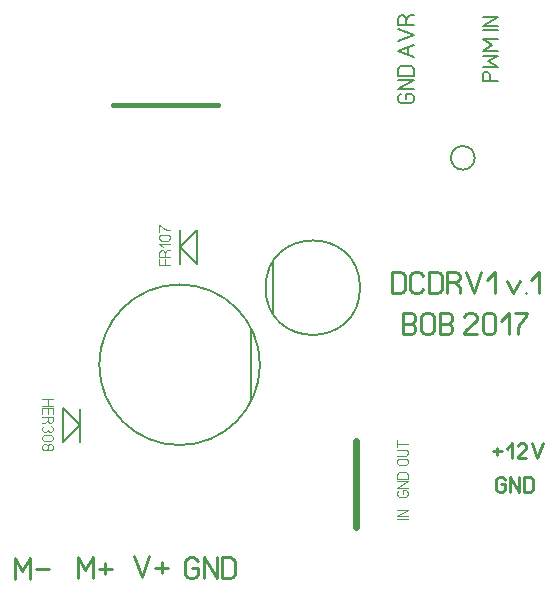
<source format=gbr>
%FSLAX32Y32*%
%MOMM*%
%LNBESTUECKUNG2*%
G71*
G01*
%ADD10C, 0.20*%
%ADD11C, 0.17*%
%ADD12C, 0.11*%
%ADD13C, 0.22*%
%ADD14C, 0.60*%
%ADD15C, 0.40*%
%LPD*%
G54D10*
G75*
G01X4191Y3546D02*
G03X4191Y3546I0J100D01*
G01*
G54D11*
X4491Y4295D02*
X4358Y4295D01*
X4358Y4345D01*
X4366Y4365D01*
X4383Y4375D01*
X4399Y4375D01*
X4416Y4365D01*
X4424Y4345D01*
X4424Y4295D01*
G54D11*
X4358Y4412D02*
X4491Y4412D01*
X4408Y4462D01*
X4491Y4512D01*
X4358Y4512D01*
G54D11*
X4491Y4549D02*
X4358Y4549D01*
X4441Y4599D01*
X4358Y4649D01*
X4491Y4649D01*
G54D11*
X4491Y4725D02*
X4358Y4725D01*
G54D11*
X4491Y4762D02*
X4358Y4762D01*
X4491Y4842D01*
X4358Y4842D01*
G54D11*
X3711Y4148D02*
X3711Y4188D01*
X3753Y4188D01*
X3769Y4178D01*
X3778Y4158D01*
X3778Y4138D01*
X3769Y4118D01*
X3753Y4108D01*
X3669Y4108D01*
X3653Y4118D01*
X3644Y4138D01*
X3644Y4158D01*
X3653Y4178D01*
X3669Y4188D01*
G54D11*
X3778Y4225D02*
X3644Y4225D01*
X3778Y4305D01*
X3644Y4305D01*
G54D11*
X3778Y4342D02*
X3644Y4342D01*
X3644Y4392D01*
X3653Y4412D01*
X3669Y4422D01*
X3753Y4422D01*
X3769Y4412D01*
X3778Y4392D01*
X3778Y4342D01*
G54D11*
X3778Y4498D02*
X3644Y4548D01*
X3778Y4598D01*
G54D11*
X3728Y4518D02*
X3728Y4578D01*
G54D11*
X3644Y4635D02*
X3778Y4685D01*
X3644Y4735D01*
G54D11*
X3711Y4812D02*
X3728Y4842D01*
X3744Y4852D01*
X3778Y4852D01*
G54D11*
X3778Y4772D02*
X3644Y4772D01*
X3644Y4822D01*
X3653Y4842D01*
X3669Y4852D01*
X3686Y4852D01*
X3703Y4842D01*
X3711Y4822D01*
X3711Y4772D01*
G54D12*
X3725Y589D02*
X3636Y589D01*
G54D12*
X3725Y613D02*
X3636Y613D01*
X3725Y667D01*
X3636Y667D01*
G54D12*
X3681Y803D02*
X3681Y830D01*
X3709Y830D01*
X3720Y823D01*
X3725Y810D01*
X3725Y796D01*
X3720Y783D01*
X3709Y776D01*
X3653Y776D01*
X3642Y783D01*
X3636Y796D01*
X3636Y810D01*
X3642Y823D01*
X3653Y830D01*
G54D12*
X3725Y853D02*
X3636Y853D01*
X3725Y907D01*
X3636Y907D01*
G54D12*
X3725Y930D02*
X3636Y930D01*
X3636Y964D01*
X3642Y977D01*
X3653Y984D01*
X3709Y984D01*
X3720Y977D01*
X3725Y964D01*
X3725Y930D01*
G54D12*
X3653Y1099D02*
X3709Y1099D01*
X3720Y1093D01*
X3725Y1079D01*
X3725Y1066D01*
X3720Y1053D01*
X3709Y1046D01*
X3653Y1046D01*
X3642Y1053D01*
X3636Y1066D01*
X3636Y1079D01*
X3642Y1093D01*
X3653Y1099D01*
G54D12*
X3636Y1123D02*
X3709Y1123D01*
X3720Y1130D01*
X3725Y1143D01*
X3725Y1156D01*
X3720Y1170D01*
X3709Y1176D01*
X3636Y1176D01*
G54D12*
X3725Y1227D02*
X3636Y1227D01*
G54D12*
X3636Y1200D02*
X3636Y1253D01*
G54D13*
X4445Y1161D02*
X4520Y1161D01*
G54D13*
X4483Y1192D02*
X4483Y1130D01*
G54D13*
X4564Y1184D02*
X4611Y1231D01*
X4611Y1106D01*
G54D13*
X4730Y1106D02*
X4655Y1106D01*
X4655Y1114D01*
X4665Y1130D01*
X4721Y1176D01*
X4730Y1192D01*
X4730Y1207D01*
X4721Y1223D01*
X4702Y1231D01*
X4683Y1231D01*
X4665Y1223D01*
X4655Y1207D01*
G54D13*
X4774Y1231D02*
X4821Y1106D01*
X4868Y1231D01*
G54D10*
X1800Y2747D02*
X1800Y3033D01*
G54D12*
X1712Y2739D02*
X1623Y2739D01*
X1623Y2786D01*
G54D12*
X1667Y2739D02*
X1667Y2786D01*
G54D12*
X1667Y2837D02*
X1678Y2857D01*
X1690Y2863D01*
X1712Y2863D01*
G54D12*
X1712Y2810D02*
X1623Y2810D01*
X1623Y2843D01*
X1628Y2857D01*
X1640Y2863D01*
X1651Y2863D01*
X1662Y2857D01*
X1667Y2843D01*
X1667Y2810D01*
G54D12*
X1656Y2887D02*
X1623Y2920D01*
X1712Y2920D01*
G54D12*
X1640Y2997D02*
X1695Y2997D01*
X1706Y2991D01*
X1712Y2977D01*
X1712Y2964D01*
X1706Y2951D01*
X1695Y2944D01*
X1640Y2944D01*
X1628Y2951D01*
X1623Y2964D01*
X1623Y2977D01*
X1628Y2991D01*
X1640Y2997D01*
G54D12*
X1623Y3021D02*
X1623Y3074D01*
X1634Y3068D01*
X1651Y3054D01*
X1673Y3041D01*
X1690Y3034D01*
X1712Y3034D01*
G54D13*
X396Y84D02*
X396Y262D01*
X463Y151D01*
X530Y262D01*
X530Y84D01*
G54D13*
X578Y162D02*
X685Y162D01*
G54D13*
X1405Y275D02*
X1471Y97D01*
X1538Y275D01*
G54D13*
X1587Y175D02*
X1693Y175D01*
G54D13*
X1640Y220D02*
X1640Y131D01*
G54D13*
X1896Y175D02*
X1950Y175D01*
X1950Y120D01*
X1936Y97D01*
X1910Y86D01*
X1883Y86D01*
X1856Y97D01*
X1843Y120D01*
X1843Y231D01*
X1856Y253D01*
X1883Y264D01*
X1910Y264D01*
X1936Y253D01*
X1950Y231D01*
G54D13*
X1999Y86D02*
X1999Y264D01*
X2106Y86D01*
X2106Y264D01*
G54D13*
X2155Y86D02*
X2155Y264D01*
X2222Y264D01*
X2248Y253D01*
X2262Y231D01*
X2262Y120D01*
X2248Y97D01*
X2222Y86D01*
X2155Y86D01*
G54D12*
X632Y1602D02*
X720Y1602D01*
G54D12*
X632Y1548D02*
X720Y1548D01*
G54D12*
X676Y1602D02*
X676Y1548D01*
G54D12*
X632Y1478D02*
X632Y1525D01*
X720Y1525D01*
X720Y1478D01*
G54D12*
X676Y1525D02*
X676Y1478D01*
G54D12*
X676Y1427D02*
X665Y1407D01*
X654Y1400D01*
X632Y1400D01*
G54D12*
X632Y1454D02*
X720Y1454D01*
X720Y1420D01*
X715Y1407D01*
X704Y1400D01*
X693Y1400D01*
X682Y1407D01*
X676Y1420D01*
X676Y1454D01*
G54D12*
X704Y1377D02*
X715Y1370D01*
X720Y1357D01*
X720Y1343D01*
X715Y1330D01*
X704Y1323D01*
X693Y1323D01*
X682Y1330D01*
X676Y1343D01*
X670Y1330D01*
X659Y1323D01*
X648Y1323D01*
X637Y1330D01*
X632Y1343D01*
X632Y1357D01*
X637Y1370D01*
X648Y1377D01*
G54D12*
X704Y1246D02*
X648Y1246D01*
X637Y1253D01*
X632Y1266D01*
X632Y1280D01*
X637Y1293D01*
X648Y1300D01*
X704Y1300D01*
X715Y1293D01*
X720Y1280D01*
X720Y1266D01*
X715Y1253D01*
X704Y1246D01*
G54D12*
X676Y1189D02*
X676Y1203D01*
X682Y1216D01*
X693Y1223D01*
X704Y1223D01*
X715Y1216D01*
X720Y1203D01*
X720Y1189D01*
X715Y1176D01*
X704Y1169D01*
X693Y1169D01*
X682Y1176D01*
X676Y1189D01*
X670Y1176D01*
X659Y1169D01*
X648Y1169D01*
X637Y1176D01*
X632Y1189D01*
X632Y1203D01*
X637Y1216D01*
X648Y1223D01*
X659Y1223D01*
X670Y1216D01*
X676Y1203D01*
G54D13*
X929Y91D02*
X929Y269D01*
X996Y158D01*
X1062Y269D01*
X1062Y91D01*
G54D13*
X1111Y169D02*
X1218Y169D01*
G54D13*
X1164Y214D02*
X1164Y125D01*
G54D14*
X3285Y523D02*
X3286Y1246D01*
G54D10*
G75*
G01X3321Y2547D02*
G03X3321Y2547I-400J0D01*
G01*
G54D10*
G75*
G01X1113Y1894D02*
G03X1113Y1894I680J0D01*
G01*
G54D10*
X1800Y2889D02*
X1942Y3031D01*
X1942Y2746D01*
X1800Y2889D01*
G54D10*
X948Y1523D02*
X948Y1238D01*
G54D10*
X948Y1382D02*
X805Y1239D01*
X805Y1525D01*
X948Y1382D01*
G54D13*
X3683Y2153D02*
X3683Y2331D01*
X3750Y2331D01*
X3777Y2320D01*
X3790Y2298D01*
X3790Y2276D01*
X3777Y2253D01*
X3750Y2242D01*
X3777Y2231D01*
X3790Y2209D01*
X3790Y2187D01*
X3777Y2165D01*
X3750Y2153D01*
X3683Y2153D01*
G54D13*
X3683Y2242D02*
X3750Y2242D01*
G54D13*
X3946Y2298D02*
X3946Y2187D01*
X3933Y2165D01*
X3906Y2153D01*
X3879Y2153D01*
X3853Y2165D01*
X3839Y2187D01*
X3839Y2298D01*
X3853Y2320D01*
X3879Y2331D01*
X3906Y2331D01*
X3933Y2320D01*
X3946Y2298D01*
G54D13*
X3995Y2153D02*
X3995Y2331D01*
X4062Y2331D01*
X4089Y2320D01*
X4102Y2298D01*
X4102Y2276D01*
X4089Y2253D01*
X4062Y2242D01*
X4089Y2231D01*
X4102Y2209D01*
X4102Y2187D01*
X4089Y2165D01*
X4062Y2153D01*
X3995Y2153D01*
G54D13*
X3995Y2242D02*
X4062Y2242D01*
G54D13*
X4310Y2153D02*
X4203Y2153D01*
X4203Y2165D01*
X4217Y2187D01*
X4297Y2253D01*
X4310Y2276D01*
X4310Y2298D01*
X4297Y2320D01*
X4270Y2331D01*
X4243Y2331D01*
X4217Y2320D01*
X4203Y2298D01*
G54D13*
X4466Y2298D02*
X4466Y2187D01*
X4453Y2165D01*
X4426Y2153D01*
X4399Y2153D01*
X4373Y2165D01*
X4359Y2187D01*
X4359Y2298D01*
X4373Y2320D01*
X4399Y2331D01*
X4426Y2331D01*
X4453Y2320D01*
X4466Y2298D01*
G54D13*
X4515Y2265D02*
X4582Y2331D01*
X4582Y2153D01*
G54D13*
X4631Y2331D02*
X4738Y2331D01*
X4725Y2309D01*
X4698Y2276D01*
X4671Y2231D01*
X4658Y2198D01*
X4658Y2153D01*
G54D13*
X3592Y2503D02*
X3592Y2680D01*
X3659Y2680D01*
X3685Y2669D01*
X3699Y2647D01*
X3699Y2536D01*
X3685Y2514D01*
X3659Y2503D01*
X3592Y2503D01*
G54D13*
X3855Y2536D02*
X3841Y2514D01*
X3815Y2503D01*
X3788Y2503D01*
X3761Y2514D01*
X3748Y2536D01*
X3748Y2647D01*
X3761Y2669D01*
X3788Y2680D01*
X3815Y2680D01*
X3841Y2669D01*
X3855Y2647D01*
G54D13*
X3904Y2503D02*
X3904Y2680D01*
X3971Y2680D01*
X3997Y2669D01*
X4011Y2647D01*
X4011Y2536D01*
X3997Y2514D01*
X3971Y2503D01*
X3904Y2503D01*
G54D13*
X4113Y2592D02*
X4153Y2569D01*
X4167Y2547D01*
X4167Y2503D01*
G54D13*
X4060Y2503D02*
X4060Y2680D01*
X4127Y2680D01*
X4153Y2669D01*
X4167Y2647D01*
X4167Y2625D01*
X4153Y2603D01*
X4127Y2592D01*
X4060Y2592D01*
G54D13*
X4216Y2680D02*
X4283Y2503D01*
X4349Y2680D01*
G54D13*
X4398Y2614D02*
X4465Y2680D01*
X4465Y2503D01*
G54D13*
X4566Y2603D02*
X4619Y2503D01*
X4673Y2603D01*
G54D13*
X4722Y2503D02*
X4722Y2503D01*
G54D13*
X4771Y2614D02*
X4838Y2680D01*
X4838Y2503D01*
G54D10*
X2587Y2769D02*
X2587Y2333D01*
G54D10*
X2397Y2198D02*
X2397Y1594D01*
G54D13*
X4512Y882D02*
X4549Y882D01*
X4549Y843D01*
X4540Y828D01*
X4521Y820D01*
X4503Y820D01*
X4484Y828D01*
X4475Y843D01*
X4475Y921D01*
X4484Y937D01*
X4503Y944D01*
X4521Y944D01*
X4540Y937D01*
X4549Y921D01*
G54D13*
X4594Y820D02*
X4594Y944D01*
X4668Y820D01*
X4668Y944D01*
G54D13*
X4713Y820D02*
X4713Y944D01*
X4759Y944D01*
X4778Y937D01*
X4787Y921D01*
X4787Y843D01*
X4778Y828D01*
X4759Y820D01*
X4713Y820D01*
G54D15*
X2119Y4095D02*
X1230Y4095D01*
M02*

</source>
